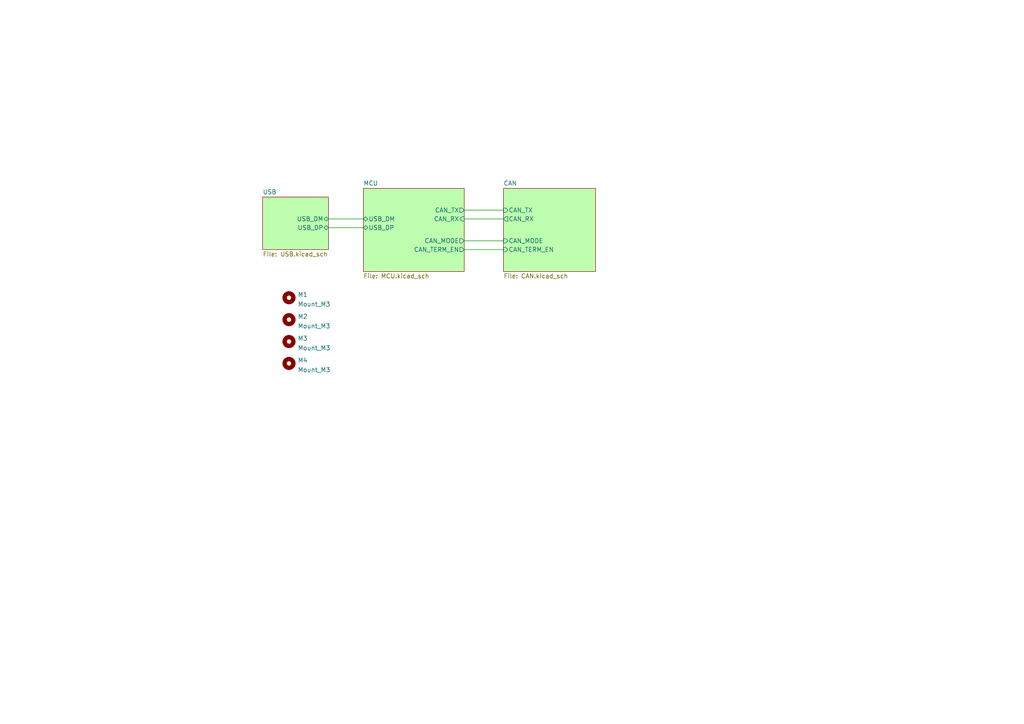
<source format=kicad_sch>
(kicad_sch (version 20211123) (generator eeschema)

  (uuid e63e39d7-6ac0-4ffd-8aa3-1841a4541b55)

  (paper "A4")

  (lib_symbols
    (symbol "M_Mechanical:Mount_M3" (in_bom yes) (on_board yes)
      (property "Reference" "M" (id 0) (at -1.27 3.81 0)
        (effects (font (size 1.27 1.27)))
      )
      (property "Value" "Mount_M3" (id 1) (at 0 -3.81 0)
        (effects (font (size 1.27 1.27)))
      )
      (property "Footprint" "M_Mechanical:Mount_M3" (id 2) (at 0 -6.35 0)
        (effects (font (size 1.27 1.27)) hide)
      )
      (property "Datasheet" "" (id 3) (at -20.32 -5.08 0)
        (effects (font (size 1.27 1.27)) hide)
      )
      (symbol "Mount_M3_0_1"
        (circle (center 0 0) (radius 1.27)
          (stroke (width 1.27) (type default) (color 0 0 0 0))
          (fill (type none))
        )
      )
    )
  )


  (wire (pts (xy 134.62 69.85) (xy 146.05 69.85))
    (stroke (width 0) (type default) (color 0 0 0 0))
    (uuid 258ce863-cfb7-4c2d-80fe-4ac07ede67de)
  )
  (wire (pts (xy 134.62 72.39) (xy 146.05 72.39))
    (stroke (width 0) (type default) (color 0 0 0 0))
    (uuid 570d8b67-005c-49a6-ae93-d1a0922e923d)
  )
  (wire (pts (xy 95.25 63.5) (xy 105.41 63.5))
    (stroke (width 0) (type default) (color 0 0 0 0))
    (uuid 5c795d0c-a287-4343-9801-5c84f324ca6b)
  )
  (wire (pts (xy 134.62 63.5) (xy 146.05 63.5))
    (stroke (width 0) (type default) (color 0 0 0 0))
    (uuid 78722818-d97f-45a2-b277-7991da45ef22)
  )
  (wire (pts (xy 134.62 60.96) (xy 146.05 60.96))
    (stroke (width 0) (type default) (color 0 0 0 0))
    (uuid b67ad41c-e135-4725-a8b9-f219ab5a4b91)
  )
  (wire (pts (xy 95.25 66.04) (xy 105.41 66.04))
    (stroke (width 0) (type default) (color 0 0 0 0))
    (uuid e4bcc2c7-6c50-447f-9da4-7d85d1247057)
  )

  (symbol (lib_id "M_Mechanical:Mount_M3") (at 83.82 92.71 0) (unit 1)
    (in_bom yes) (on_board yes) (fields_autoplaced)
    (uuid 3128e97e-e34b-40c5-ab75-c4df550564f3)
    (property "Reference" "M2" (id 0) (at 86.36 91.8015 0)
      (effects (font (size 1.27 1.27)) (justify left))
    )
    (property "Value" "Mount_M3" (id 1) (at 86.36 94.5766 0)
      (effects (font (size 1.27 1.27)) (justify left))
    )
    (property "Footprint" "M_Mechanical:Mount_M3" (id 2) (at 83.82 99.06 0)
      (effects (font (size 1.27 1.27)) hide)
    )
    (property "Datasheet" "" (id 3) (at 63.5 97.79 0)
      (effects (font (size 1.27 1.27)) hide)
    )
  )

  (symbol (lib_id "M_Mechanical:Mount_M3") (at 83.82 86.36 0) (unit 1)
    (in_bom yes) (on_board yes) (fields_autoplaced)
    (uuid 87c49666-7bac-4d74-b9f9-ae2e6518027e)
    (property "Reference" "M1" (id 0) (at 86.36 85.4515 0)
      (effects (font (size 1.27 1.27)) (justify left))
    )
    (property "Value" "Mount_M3" (id 1) (at 86.36 88.2266 0)
      (effects (font (size 1.27 1.27)) (justify left))
    )
    (property "Footprint" "M_Mechanical:Mount_M3" (id 2) (at 83.82 92.71 0)
      (effects (font (size 1.27 1.27)) hide)
    )
    (property "Datasheet" "" (id 3) (at 63.5 91.44 0)
      (effects (font (size 1.27 1.27)) hide)
    )
  )

  (symbol (lib_id "M_Mechanical:Mount_M3") (at 83.82 99.06 0) (unit 1)
    (in_bom yes) (on_board yes) (fields_autoplaced)
    (uuid 8d3f2ebd-8017-489e-89ee-2ebc89851ba8)
    (property "Reference" "M3" (id 0) (at 86.36 98.1515 0)
      (effects (font (size 1.27 1.27)) (justify left))
    )
    (property "Value" "Mount_M3" (id 1) (at 86.36 100.9266 0)
      (effects (font (size 1.27 1.27)) (justify left))
    )
    (property "Footprint" "M_Mechanical:Mount_M3" (id 2) (at 83.82 105.41 0)
      (effects (font (size 1.27 1.27)) hide)
    )
    (property "Datasheet" "" (id 3) (at 63.5 104.14 0)
      (effects (font (size 1.27 1.27)) hide)
    )
  )

  (symbol (lib_id "M_Mechanical:Mount_M3") (at 83.82 105.41 0) (unit 1)
    (in_bom yes) (on_board yes) (fields_autoplaced)
    (uuid f8cd6aeb-775f-4961-8615-f18e90a3e713)
    (property "Reference" "M4" (id 0) (at 86.36 104.5015 0)
      (effects (font (size 1.27 1.27)) (justify left))
    )
    (property "Value" "Mount_M3" (id 1) (at 86.36 107.2766 0)
      (effects (font (size 1.27 1.27)) (justify left))
    )
    (property "Footprint" "M_Mechanical:Mount_M3" (id 2) (at 83.82 111.76 0)
      (effects (font (size 1.27 1.27)) hide)
    )
    (property "Datasheet" "" (id 3) (at 63.5 110.49 0)
      (effects (font (size 1.27 1.27)) hide)
    )
  )

  (sheet (at 105.41 54.61) (size 29.21 24.13) (fields_autoplaced)
    (stroke (width 0.1524) (type solid) (color 0 0 0 0))
    (fill (color 190 255 175 1.0000))
    (uuid 01b2762a-8576-4e4e-ab62-0edd5e876365)
    (property "Sheet name" "MCU" (id 0) (at 105.41 53.8984 0)
      (effects (font (size 1.27 1.27)) (justify left bottom))
    )
    (property "Sheet file" "MCU.kicad_sch" (id 1) (at 105.41 79.3246 0)
      (effects (font (size 1.27 1.27)) (justify left top))
    )
    (pin "USB_DM" bidirectional (at 105.41 63.5 180)
      (effects (font (size 1.27 1.27)) (justify left))
      (uuid 9d9a3c45-a7b9-4ebf-b1e3-df4f5321b2dd)
    )
    (pin "USB_DP" bidirectional (at 105.41 66.04 180)
      (effects (font (size 1.27 1.27)) (justify left))
      (uuid 898a3a7b-59ef-4837-b9e7-1ed589b87b94)
    )
    (pin "CAN_MODE" output (at 134.62 69.85 0)
      (effects (font (size 1.27 1.27)) (justify right))
      (uuid 2176642f-e6f3-4184-894e-9c82180f521c)
    )
    (pin "CAN_TERM_EN" output (at 134.62 72.39 0)
      (effects (font (size 1.27 1.27)) (justify right))
      (uuid d6f24f24-61b0-4e0d-bb5c-830a958f76bf)
    )
    (pin "CAN_TX" output (at 134.62 60.96 0)
      (effects (font (size 1.27 1.27)) (justify right))
      (uuid 16ba594d-a80e-44cd-beda-874430ebc1e2)
    )
    (pin "CAN_RX" input (at 134.62 63.5 0)
      (effects (font (size 1.27 1.27)) (justify right))
      (uuid 112305d7-c6c3-459e-9b9d-47ab27d133f3)
    )
  )

  (sheet (at 146.05 54.61) (size 26.67 24.13) (fields_autoplaced)
    (stroke (width 0.1524) (type solid) (color 0 0 0 0))
    (fill (color 190 255 175 1.0000))
    (uuid 52e03e0f-0169-4ddc-a0ca-d3b73fdda860)
    (property "Sheet name" "CAN" (id 0) (at 146.05 53.8984 0)
      (effects (font (size 1.27 1.27)) (justify left bottom))
    )
    (property "Sheet file" "CAN.kicad_sch" (id 1) (at 146.05 79.3246 0)
      (effects (font (size 1.27 1.27)) (justify left top))
    )
    (pin "CAN_MODE" input (at 146.05 69.85 180)
      (effects (font (size 1.27 1.27)) (justify left))
      (uuid 36f04fac-d3fe-4f95-a1c0-fe9385b53c84)
    )
    (pin "CAN_TX" input (at 146.05 60.96 180)
      (effects (font (size 1.27 1.27)) (justify left))
      (uuid 8cf84789-47e3-47c8-bc2c-b52839d6833e)
    )
    (pin "CAN_RX" output (at 146.05 63.5 180)
      (effects (font (size 1.27 1.27)) (justify left))
      (uuid 76a6c80c-8cd1-440a-8580-c2c9c4ce7abf)
    )
    (pin "CAN_TERM_EN" input (at 146.05 72.39 180)
      (effects (font (size 1.27 1.27)) (justify left))
      (uuid 4a98b2b5-eba3-45c0-ae7e-4798701177cb)
    )
  )

  (sheet (at 76.2 57.15) (size 19.05 15.24) (fields_autoplaced)
    (stroke (width 0.1524) (type solid) (color 0 0 0 0))
    (fill (color 190 255 175 1.0000))
    (uuid 93c82c21-a9a8-4f05-827c-7629e693e47e)
    (property "Sheet name" "USB" (id 0) (at 76.2 56.4384 0)
      (effects (font (size 1.27 1.27)) (justify left bottom))
    )
    (property "Sheet file" "USB.kicad_sch" (id 1) (at 76.2 72.9746 0)
      (effects (font (size 1.27 1.27)) (justify left top))
    )
    (pin "USB_DM" bidirectional (at 95.25 63.5 0)
      (effects (font (size 1.27 1.27)) (justify right))
      (uuid 76c8f6ee-2728-42cc-ab81-310745eb41c2)
    )
    (pin "USB_DP" bidirectional (at 95.25 66.04 0)
      (effects (font (size 1.27 1.27)) (justify right))
      (uuid 0185e9ba-8b08-4176-8c68-ecaec4913f9f)
    )
  )

  (sheet_instances
    (path "/" (page "1"))
    (path "/93c82c21-a9a8-4f05-827c-7629e693e47e" (page "2"))
    (path "/01b2762a-8576-4e4e-ab62-0edd5e876365" (page "3"))
    (path "/52e03e0f-0169-4ddc-a0ca-d3b73fdda860" (page "4"))
  )

  (symbol_instances
    (path "/93c82c21-a9a8-4f05-827c-7629e693e47e/b2aae5dc-9585-49c4-b47d-17647a7443c9"
      (reference "#PWR01") (unit 1) (value "+5V") (footprint "")
    )
    (path "/93c82c21-a9a8-4f05-827c-7629e693e47e/4e29b161-d5e0-4d00-84bb-f3cb4d44f0a5"
      (reference "#PWR02") (unit 1) (value "GND") (footprint "")
    )
    (path "/93c82c21-a9a8-4f05-827c-7629e693e47e/f144b1e8-abc2-4d36-84ad-862d0e2b4b8f"
      (reference "#PWR03") (unit 1) (value "+5V") (footprint "")
    )
    (path "/93c82c21-a9a8-4f05-827c-7629e693e47e/795243dc-f3e7-4763-8610-ae8ff26f9d50"
      (reference "#PWR04") (unit 1) (value "GND") (footprint "")
    )
    (path "/01b2762a-8576-4e4e-ab62-0edd5e876365/e3cc62cd-9ddb-475d-9f97-5d6eb83714e3"
      (reference "#PWR05") (unit 1) (value "+5V") (footprint "")
    )
    (path "/01b2762a-8576-4e4e-ab62-0edd5e876365/a561fa2c-74a5-4658-9742-95376af3e032"
      (reference "#PWR06") (unit 1) (value "GND") (footprint "")
    )
    (path "/01b2762a-8576-4e4e-ab62-0edd5e876365/2cbe775b-0f2e-4fc3-b600-64a75dd4d5d0"
      (reference "#PWR07") (unit 1) (value "+3V3") (footprint "")
    )
    (path "/01b2762a-8576-4e4e-ab62-0edd5e876365/6b71a04d-b733-4194-9558-0016adf08723"
      (reference "#PWR08") (unit 1) (value "GND") (footprint "")
    )
    (path "/01b2762a-8576-4e4e-ab62-0edd5e876365/bbdbb355-8f2e-41fe-8fb2-e86bcaf3a1da"
      (reference "#PWR09") (unit 1) (value "+3V3") (footprint "")
    )
    (path "/01b2762a-8576-4e4e-ab62-0edd5e876365/6a3de298-0b4b-4145-8826-787eee03b847"
      (reference "#PWR010") (unit 1) (value "GND") (footprint "")
    )
    (path "/01b2762a-8576-4e4e-ab62-0edd5e876365/6e4bc666-6cc3-472a-b23b-842895c356eb"
      (reference "#PWR011") (unit 1) (value "+3V3") (footprint "")
    )
    (path "/01b2762a-8576-4e4e-ab62-0edd5e876365/7a74735b-e3de-410d-892e-c1f70f87ae5e"
      (reference "#PWR012") (unit 1) (value "+3V3") (footprint "")
    )
    (path "/01b2762a-8576-4e4e-ab62-0edd5e876365/e8d85fac-c9c9-4e0b-be8f-346271df3ed5"
      (reference "#PWR013") (unit 1) (value "GND") (footprint "")
    )
    (path "/01b2762a-8576-4e4e-ab62-0edd5e876365/c4ed8317-b6f1-4ec6-a6ac-8cdb2b0f1fbd"
      (reference "#PWR014") (unit 1) (value "+3V3") (footprint "")
    )
    (path "/01b2762a-8576-4e4e-ab62-0edd5e876365/842c8abe-f6b1-4991-95ff-bd67422d7e3e"
      (reference "#PWR015") (unit 1) (value "GND") (footprint "")
    )
    (path "/01b2762a-8576-4e4e-ab62-0edd5e876365/e9a3070d-9c7c-46fc-b4cb-1a185e5528ae"
      (reference "#PWR016") (unit 1) (value "+3V3") (footprint "")
    )
    (path "/01b2762a-8576-4e4e-ab62-0edd5e876365/a9e9ba58-56b2-4cca-91c7-45e20648a7ee"
      (reference "#PWR017") (unit 1) (value "GND") (footprint "")
    )
    (path "/01b2762a-8576-4e4e-ab62-0edd5e876365/bee053bb-c9b4-4b89-8d2c-1870c6b1fbe2"
      (reference "#PWR018") (unit 1) (value "GND") (footprint "")
    )
    (path "/01b2762a-8576-4e4e-ab62-0edd5e876365/f9916bce-07bc-4db9-8b0f-b131933c59f8"
      (reference "#PWR019") (unit 1) (value "+3V3") (footprint "")
    )
    (path "/01b2762a-8576-4e4e-ab62-0edd5e876365/7e084175-5612-467a-a03e-016c07a22264"
      (reference "#PWR020") (unit 1) (value "GND") (footprint "")
    )
    (path "/01b2762a-8576-4e4e-ab62-0edd5e876365/a9d8157a-f00d-4cdb-b3ff-cb5456163934"
      (reference "#PWR021") (unit 1) (value "GND") (footprint "")
    )
    (path "/01b2762a-8576-4e4e-ab62-0edd5e876365/b45bed50-c547-4f8e-84c4-3c6c10f8eb55"
      (reference "#PWR022") (unit 1) (value "+3V3") (footprint "")
    )
    (path "/01b2762a-8576-4e4e-ab62-0edd5e876365/a9c5dc41-8ef7-4330-bc57-4a4005efbd6a"
      (reference "#PWR023") (unit 1) (value "GND") (footprint "")
    )
    (path "/01b2762a-8576-4e4e-ab62-0edd5e876365/7aeca59f-0ad7-4e8a-a5d0-396cbeae3a4e"
      (reference "#PWR024") (unit 1) (value "GND") (footprint "")
    )
    (path "/52e03e0f-0169-4ddc-a0ca-d3b73fdda860/e4ca06e0-969b-4e4f-ad29-66f218c968f7"
      (reference "#PWR025") (unit 1) (value "+5V") (footprint "")
    )
    (path "/52e03e0f-0169-4ddc-a0ca-d3b73fdda860/02153026-e6b7-4895-91ae-fad024d68a1f"
      (reference "#PWR026") (unit 1) (value "GND") (footprint "")
    )
    (path "/52e03e0f-0169-4ddc-a0ca-d3b73fdda860/710d6504-1710-4847-8328-c23e6332805c"
      (reference "#PWR027") (unit 1) (value "GND") (footprint "")
    )
    (path "/52e03e0f-0169-4ddc-a0ca-d3b73fdda860/8adb752b-7647-40f0-a1c3-61f3791456cd"
      (reference "#PWR028") (unit 1) (value "GND") (footprint "")
    )
    (path "/52e03e0f-0169-4ddc-a0ca-d3b73fdda860/3d4bf2e9-fbaa-44c5-a919-2ca459393bc3"
      (reference "#PWR0101") (unit 1) (value "GND") (footprint "")
    )
    (path "/01b2762a-8576-4e4e-ab62-0edd5e876365/6fae802d-1d9f-40e1-9d95-a193a9444aee"
      (reference "C1") (unit 1) (value "10u,16v") (footprint "C_Capacitor:C_0805")
    )
    (path "/01b2762a-8576-4e4e-ab62-0edd5e876365/71cbdb09-df32-4ea2-a0a3-356a9d23e5de"
      (reference "C2") (unit 1) (value "4.7p,50v") (footprint "C_Capacitor:C_0603")
    )
    (path "/01b2762a-8576-4e4e-ab62-0edd5e876365/3c625ea4-c9cc-47fa-9412-b6c6cdba2c75"
      (reference "C3") (unit 1) (value "4.7p,50v") (footprint "C_Capacitor:C_0603")
    )
    (path "/01b2762a-8576-4e4e-ab62-0edd5e876365/c642bc39-c5b5-4bf6-bf40-2c87a8c0f508"
      (reference "C4") (unit 1) (value "10u,16v") (footprint "C_Capacitor:C_0805")
    )
    (path "/01b2762a-8576-4e4e-ab62-0edd5e876365/9a4214ac-6df3-44e9-9fe5-bc7998e3921c"
      (reference "C5") (unit 1) (value "100n,50v") (footprint "C_Capacitor:C_0603")
    )
    (path "/01b2762a-8576-4e4e-ab62-0edd5e876365/1b89f861-f0d7-4555-9a92-a11d3dbf3da7"
      (reference "C6") (unit 1) (value "100n,50v") (footprint "C_Capacitor:C_0603")
    )
    (path "/01b2762a-8576-4e4e-ab62-0edd5e876365/9fb7b389-3b3b-4744-8d88-5093c224c4cb"
      (reference "C7") (unit 1) (value "100n,50v") (footprint "C_Capacitor:C_0603")
    )
    (path "/01b2762a-8576-4e4e-ab62-0edd5e876365/fca39f2b-0203-4b59-9434-6442feda8d13"
      (reference "C8") (unit 1) (value "100n,50v") (footprint "C_Capacitor:C_0603")
    )
    (path "/01b2762a-8576-4e4e-ab62-0edd5e876365/9468793b-b1d2-4a7a-918e-1fe35fef63b1"
      (reference "C9") (unit 1) (value "100n,50v") (footprint "C_Capacitor:C_0603")
    )
    (path "/52e03e0f-0169-4ddc-a0ca-d3b73fdda860/e7c08698-ce57-45e0-a9f5-b78b287d9d1f"
      (reference "C10") (unit 1) (value "100n,50v") (footprint "C_Capacitor:C_0603")
    )
    (path "/52e03e0f-0169-4ddc-a0ca-d3b73fdda860/46ececbc-0712-4318-8c7a-c748d9725766"
      (reference "D1") (unit 1) (value "D5V0L2B3SO-7") (footprint "U_IC:SOT23_3")
    )
    (path "/01b2762a-8576-4e4e-ab62-0edd5e876365/586c50c9-a731-49c7-9678-629c10449416"
      (reference "DS1") (unit 1) (value "LED,YEL") (footprint "DS_LED:DS_0603")
    )
    (path "/01b2762a-8576-4e4e-ab62-0edd5e876365/e19ac94f-c01f-4656-862a-b4ec9d26083d"
      (reference "DS2") (unit 1) (value "LED,GRN") (footprint "DS_LED:DS_0603")
    )
    (path "/52e03e0f-0169-4ddc-a0ca-d3b73fdda860/fab3d4f2-01e5-46bf-87f6-7cdb759a2371"
      (reference "DS3") (unit 1) (value "LED,RED") (footprint "DS_LED:DS_0603")
    )
    (path "/93c82c21-a9a8-4f05-827c-7629e693e47e/9e7703a6-bbcc-42f7-8fb6-c8dd52b7145f"
      (reference "J1") (unit 1) (value "UJ2-BH-TH") (footprint "J_Connector:USB_B_TH_Horizontal")
    )
    (path "/01b2762a-8576-4e4e-ab62-0edd5e876365/95eec6ce-06ef-4eb6-a636-48e8e0f38454"
      (reference "J2") (unit 1) (value "TC_2030_NL_STLINK") (footprint "N_NonPart:TagConnect_2030_NL")
    )
    (path "/52e03e0f-0169-4ddc-a0ca-d3b73fdda860/280cbbe2-a1a4-4e26-9cfd-2f52d25a5b4c"
      (reference "J3") (unit 1) (value "Conn_01x03") (footprint "Connector_Phoenix_MSTB:PhoenixContact_MSTBA_2,5_3-G-5,08_1x03_P5.08mm_Horizontal")
    )
    (path "/87c49666-7bac-4d74-b9f9-ae2e6518027e"
      (reference "M1") (unit 1) (value "Mount_M3") (footprint "M_Mechanical:Mount_M3")
    )
    (path "/3128e97e-e34b-40c5-ab75-c4df550564f3"
      (reference "M2") (unit 1) (value "Mount_M3") (footprint "M_Mechanical:Mount_M3")
    )
    (path "/8d3f2ebd-8017-489e-89ee-2ebc89851ba8"
      (reference "M3") (unit 1) (value "Mount_M3") (footprint "M_Mechanical:Mount_M3")
    )
    (path "/f8cd6aeb-775f-4961-8615-f18e90a3e713"
      (reference "M4") (unit 1) (value "Mount_M3") (footprint "M_Mechanical:Mount_M3")
    )
    (path "/01b2762a-8576-4e4e-ab62-0edd5e876365/145e79ab-1cb2-41da-9216-48793ec74cec"
      (reference "R1") (unit 1) (value "10K") (footprint "R_Resistor:R_0603")
    )
    (path "/01b2762a-8576-4e4e-ab62-0edd5e876365/7876173b-116f-47f8-a27c-c5edb8e94360"
      (reference "R2") (unit 1) (value "300R") (footprint "R_Resistor:R_0603")
    )
    (path "/01b2762a-8576-4e4e-ab62-0edd5e876365/ead7ff6c-6db4-484e-b1ea-4e465b5e08b4"
      (reference "R3") (unit 1) (value "300R") (footprint "R_Resistor:R_0603")
    )
    (path "/52e03e0f-0169-4ddc-a0ca-d3b73fdda860/5f02240d-bc31-4694-be0c-12e9183f984a"
      (reference "R4") (unit 1) (value "0R") (footprint "R_Resistor:R_0603")
    )
    (path "/52e03e0f-0169-4ddc-a0ca-d3b73fdda860/74ec4e9d-af6e-4d78-81ca-9c681516e573"
      (reference "R5") (unit 1) (value "300R") (footprint "R_Resistor:R_0603")
    )
    (path "/52e03e0f-0169-4ddc-a0ca-d3b73fdda860/1f59befb-03bd-4ec5-93c0-a7561c88ddf0"
      (reference "R6") (unit 1) (value "300R") (footprint "R_Resistor:R_0603")
    )
    (path "/52e03e0f-0169-4ddc-a0ca-d3b73fdda860/61f43836-d204-4802-80e7-c0f1081ca036"
      (reference "R7") (unit 1) (value "120R") (footprint "R_Resistor:R_0603")
    )
    (path "/93c82c21-a9a8-4f05-827c-7629e693e47e/999c953d-f873-4181-b275-4a1811787930"
      (reference "U1") (unit 1) (value "USBLC6-4SC6") (footprint "U_IC:SOT23_6")
    )
    (path "/01b2762a-8576-4e4e-ab62-0edd5e876365/fb416e1c-65b0-4239-b2dc-147ef26ad1d8"
      (reference "U2") (unit 1) (value "AP2139AK-3.3TRG1") (footprint "U_IC:SOT23_5")
    )
    (path "/01b2762a-8576-4e4e-ab62-0edd5e876365/8e5e7638-c80b-4d8f-8383-f9fb7b1afade"
      (reference "U3") (unit 1) (value "STM32F072CxUx") (footprint "U_IC:QFN48_05_7x7_EP")
    )
    (path "/52e03e0f-0169-4ddc-a0ca-d3b73fdda860/bd257d34-f651-4299-baea-3e593feb9a73"
      (reference "U4") (unit 1) (value "MCP2551-I/SN") (footprint "U_IC:SOIC_8")
    )
    (path "/52e03e0f-0169-4ddc-a0ca-d3b73fdda860/e25ba696-a18b-4e62-8b10-d70f4a83cd3c"
      (reference "U5") (unit 1) (value "LTV-355T") (footprint "U_IC:SO4_2.54_4.4x3.6")
    )
    (path "/01b2762a-8576-4e4e-ab62-0edd5e876365/3b7b9962-dead-419b-9da3-c11ff3683336"
      (reference "Y1") (unit 1) (value "ECS-80-12-33-JGN-TR") (footprint "Y_Oscillator:Crystal_SMD4_3.2x2.5")
    )
  )
)

</source>
